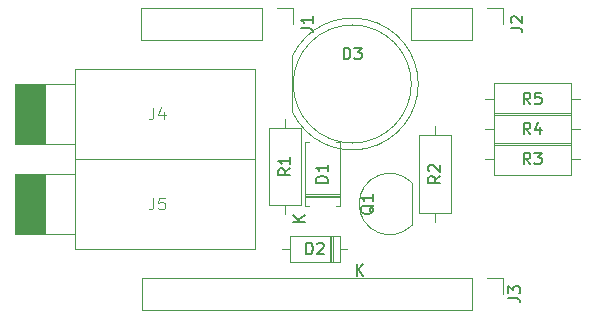
<source format=gbr>
%TF.GenerationSoftware,KiCad,Pcbnew,8.0.2*%
%TF.CreationDate,2024-06-05T00:37:09+02:00*%
%TF.ProjectId,tally_lanc,74616c6c-795f-46c6-916e-632e6b696361,rev?*%
%TF.SameCoordinates,Original*%
%TF.FileFunction,Legend,Top*%
%TF.FilePolarity,Positive*%
%FSLAX46Y46*%
G04 Gerber Fmt 4.6, Leading zero omitted, Abs format (unit mm)*
G04 Created by KiCad (PCBNEW 8.0.2) date 2024-06-05 00:37:09*
%MOMM*%
%LPD*%
G01*
G04 APERTURE LIST*
%ADD10C,0.150000*%
%ADD11C,0.100000*%
%ADD12C,0.120000*%
G04 APERTURE END LIST*
D10*
X107148333Y-90624819D02*
X106815000Y-90148628D01*
X106576905Y-90624819D02*
X106576905Y-89624819D01*
X106576905Y-89624819D02*
X106957857Y-89624819D01*
X106957857Y-89624819D02*
X107053095Y-89672438D01*
X107053095Y-89672438D02*
X107100714Y-89720057D01*
X107100714Y-89720057D02*
X107148333Y-89815295D01*
X107148333Y-89815295D02*
X107148333Y-89958152D01*
X107148333Y-89958152D02*
X107100714Y-90053390D01*
X107100714Y-90053390D02*
X107053095Y-90101009D01*
X107053095Y-90101009D02*
X106957857Y-90148628D01*
X106957857Y-90148628D02*
X106576905Y-90148628D01*
X107481667Y-89624819D02*
X108100714Y-89624819D01*
X108100714Y-89624819D02*
X107767381Y-90005771D01*
X107767381Y-90005771D02*
X107910238Y-90005771D01*
X107910238Y-90005771D02*
X108005476Y-90053390D01*
X108005476Y-90053390D02*
X108053095Y-90101009D01*
X108053095Y-90101009D02*
X108100714Y-90196247D01*
X108100714Y-90196247D02*
X108100714Y-90434342D01*
X108100714Y-90434342D02*
X108053095Y-90529580D01*
X108053095Y-90529580D02*
X108005476Y-90577200D01*
X108005476Y-90577200D02*
X107910238Y-90624819D01*
X107910238Y-90624819D02*
X107624524Y-90624819D01*
X107624524Y-90624819D02*
X107529286Y-90577200D01*
X107529286Y-90577200D02*
X107481667Y-90529580D01*
X99514819Y-91606666D02*
X99038628Y-91939999D01*
X99514819Y-92178094D02*
X98514819Y-92178094D01*
X98514819Y-92178094D02*
X98514819Y-91797142D01*
X98514819Y-91797142D02*
X98562438Y-91701904D01*
X98562438Y-91701904D02*
X98610057Y-91654285D01*
X98610057Y-91654285D02*
X98705295Y-91606666D01*
X98705295Y-91606666D02*
X98848152Y-91606666D01*
X98848152Y-91606666D02*
X98943390Y-91654285D01*
X98943390Y-91654285D02*
X98991009Y-91701904D01*
X98991009Y-91701904D02*
X99038628Y-91797142D01*
X99038628Y-91797142D02*
X99038628Y-92178094D01*
X98610057Y-91225713D02*
X98562438Y-91178094D01*
X98562438Y-91178094D02*
X98514819Y-91082856D01*
X98514819Y-91082856D02*
X98514819Y-90844761D01*
X98514819Y-90844761D02*
X98562438Y-90749523D01*
X98562438Y-90749523D02*
X98610057Y-90701904D01*
X98610057Y-90701904D02*
X98705295Y-90654285D01*
X98705295Y-90654285D02*
X98800533Y-90654285D01*
X98800533Y-90654285D02*
X98943390Y-90701904D01*
X98943390Y-90701904D02*
X99514819Y-91273332D01*
X99514819Y-91273332D02*
X99514819Y-90654285D01*
X86814819Y-90971666D02*
X86338628Y-91304999D01*
X86814819Y-91543094D02*
X85814819Y-91543094D01*
X85814819Y-91543094D02*
X85814819Y-91162142D01*
X85814819Y-91162142D02*
X85862438Y-91066904D01*
X85862438Y-91066904D02*
X85910057Y-91019285D01*
X85910057Y-91019285D02*
X86005295Y-90971666D01*
X86005295Y-90971666D02*
X86148152Y-90971666D01*
X86148152Y-90971666D02*
X86243390Y-91019285D01*
X86243390Y-91019285D02*
X86291009Y-91066904D01*
X86291009Y-91066904D02*
X86338628Y-91162142D01*
X86338628Y-91162142D02*
X86338628Y-91543094D01*
X86814819Y-90019285D02*
X86814819Y-90590713D01*
X86814819Y-90304999D02*
X85814819Y-90304999D01*
X85814819Y-90304999D02*
X85957676Y-90400237D01*
X85957676Y-90400237D02*
X86052914Y-90495475D01*
X86052914Y-90495475D02*
X86100533Y-90590713D01*
X93895057Y-94075238D02*
X93847438Y-94170476D01*
X93847438Y-94170476D02*
X93752200Y-94265714D01*
X93752200Y-94265714D02*
X93609342Y-94408571D01*
X93609342Y-94408571D02*
X93561723Y-94503809D01*
X93561723Y-94503809D02*
X93561723Y-94599047D01*
X93799819Y-94551428D02*
X93752200Y-94646666D01*
X93752200Y-94646666D02*
X93656961Y-94741904D01*
X93656961Y-94741904D02*
X93466485Y-94789523D01*
X93466485Y-94789523D02*
X93133152Y-94789523D01*
X93133152Y-94789523D02*
X92942676Y-94741904D01*
X92942676Y-94741904D02*
X92847438Y-94646666D01*
X92847438Y-94646666D02*
X92799819Y-94551428D01*
X92799819Y-94551428D02*
X92799819Y-94360952D01*
X92799819Y-94360952D02*
X92847438Y-94265714D01*
X92847438Y-94265714D02*
X92942676Y-94170476D01*
X92942676Y-94170476D02*
X93133152Y-94122857D01*
X93133152Y-94122857D02*
X93466485Y-94122857D01*
X93466485Y-94122857D02*
X93656961Y-94170476D01*
X93656961Y-94170476D02*
X93752200Y-94265714D01*
X93752200Y-94265714D02*
X93799819Y-94360952D01*
X93799819Y-94360952D02*
X93799819Y-94551428D01*
X93799819Y-93170476D02*
X93799819Y-93741904D01*
X93799819Y-93456190D02*
X92799819Y-93456190D01*
X92799819Y-93456190D02*
X92942676Y-93551428D01*
X92942676Y-93551428D02*
X93037914Y-93646666D01*
X93037914Y-93646666D02*
X93085533Y-93741904D01*
D11*
X75231666Y-93437419D02*
X75231666Y-94151704D01*
X75231666Y-94151704D02*
X75184047Y-94294561D01*
X75184047Y-94294561D02*
X75088809Y-94389800D01*
X75088809Y-94389800D02*
X74945952Y-94437419D01*
X74945952Y-94437419D02*
X74850714Y-94437419D01*
X76184047Y-93437419D02*
X75707857Y-93437419D01*
X75707857Y-93437419D02*
X75660238Y-93913609D01*
X75660238Y-93913609D02*
X75707857Y-93865990D01*
X75707857Y-93865990D02*
X75803095Y-93818371D01*
X75803095Y-93818371D02*
X76041190Y-93818371D01*
X76041190Y-93818371D02*
X76136428Y-93865990D01*
X76136428Y-93865990D02*
X76184047Y-93913609D01*
X76184047Y-93913609D02*
X76231666Y-94008847D01*
X76231666Y-94008847D02*
X76231666Y-94246942D01*
X76231666Y-94246942D02*
X76184047Y-94342180D01*
X76184047Y-94342180D02*
X76136428Y-94389800D01*
X76136428Y-94389800D02*
X76041190Y-94437419D01*
X76041190Y-94437419D02*
X75803095Y-94437419D01*
X75803095Y-94437419D02*
X75707857Y-94389800D01*
X75707857Y-94389800D02*
X75660238Y-94342180D01*
D10*
X105484819Y-79073333D02*
X106199104Y-79073333D01*
X106199104Y-79073333D02*
X106341961Y-79120952D01*
X106341961Y-79120952D02*
X106437200Y-79216190D01*
X106437200Y-79216190D02*
X106484819Y-79359047D01*
X106484819Y-79359047D02*
X106484819Y-79454285D01*
X105580057Y-78644761D02*
X105532438Y-78597142D01*
X105532438Y-78597142D02*
X105484819Y-78501904D01*
X105484819Y-78501904D02*
X105484819Y-78263809D01*
X105484819Y-78263809D02*
X105532438Y-78168571D01*
X105532438Y-78168571D02*
X105580057Y-78120952D01*
X105580057Y-78120952D02*
X105675295Y-78073333D01*
X105675295Y-78073333D02*
X105770533Y-78073333D01*
X105770533Y-78073333D02*
X105913390Y-78120952D01*
X105913390Y-78120952D02*
X106484819Y-78692380D01*
X106484819Y-78692380D02*
X106484819Y-78073333D01*
X87714819Y-79073333D02*
X88429104Y-79073333D01*
X88429104Y-79073333D02*
X88571961Y-79120952D01*
X88571961Y-79120952D02*
X88667200Y-79216190D01*
X88667200Y-79216190D02*
X88714819Y-79359047D01*
X88714819Y-79359047D02*
X88714819Y-79454285D01*
X88714819Y-78073333D02*
X88714819Y-78644761D01*
X88714819Y-78359047D02*
X87714819Y-78359047D01*
X87714819Y-78359047D02*
X87857676Y-78454285D01*
X87857676Y-78454285D02*
X87952914Y-78549523D01*
X87952914Y-78549523D02*
X88000533Y-78644761D01*
X88161905Y-98244819D02*
X88161905Y-97244819D01*
X88161905Y-97244819D02*
X88400000Y-97244819D01*
X88400000Y-97244819D02*
X88542857Y-97292438D01*
X88542857Y-97292438D02*
X88638095Y-97387676D01*
X88638095Y-97387676D02*
X88685714Y-97482914D01*
X88685714Y-97482914D02*
X88733333Y-97673390D01*
X88733333Y-97673390D02*
X88733333Y-97816247D01*
X88733333Y-97816247D02*
X88685714Y-98006723D01*
X88685714Y-98006723D02*
X88638095Y-98101961D01*
X88638095Y-98101961D02*
X88542857Y-98197200D01*
X88542857Y-98197200D02*
X88400000Y-98244819D01*
X88400000Y-98244819D02*
X88161905Y-98244819D01*
X89114286Y-97340057D02*
X89161905Y-97292438D01*
X89161905Y-97292438D02*
X89257143Y-97244819D01*
X89257143Y-97244819D02*
X89495238Y-97244819D01*
X89495238Y-97244819D02*
X89590476Y-97292438D01*
X89590476Y-97292438D02*
X89638095Y-97340057D01*
X89638095Y-97340057D02*
X89685714Y-97435295D01*
X89685714Y-97435295D02*
X89685714Y-97530533D01*
X89685714Y-97530533D02*
X89638095Y-97673390D01*
X89638095Y-97673390D02*
X89066667Y-98244819D01*
X89066667Y-98244819D02*
X89685714Y-98244819D01*
X92448095Y-100044819D02*
X92448095Y-99044819D01*
X93019523Y-100044819D02*
X92590952Y-99473390D01*
X93019523Y-99044819D02*
X92448095Y-99616247D01*
X91336905Y-81734819D02*
X91336905Y-80734819D01*
X91336905Y-80734819D02*
X91575000Y-80734819D01*
X91575000Y-80734819D02*
X91717857Y-80782438D01*
X91717857Y-80782438D02*
X91813095Y-80877676D01*
X91813095Y-80877676D02*
X91860714Y-80972914D01*
X91860714Y-80972914D02*
X91908333Y-81163390D01*
X91908333Y-81163390D02*
X91908333Y-81306247D01*
X91908333Y-81306247D02*
X91860714Y-81496723D01*
X91860714Y-81496723D02*
X91813095Y-81591961D01*
X91813095Y-81591961D02*
X91717857Y-81687200D01*
X91717857Y-81687200D02*
X91575000Y-81734819D01*
X91575000Y-81734819D02*
X91336905Y-81734819D01*
X92241667Y-80734819D02*
X92860714Y-80734819D01*
X92860714Y-80734819D02*
X92527381Y-81115771D01*
X92527381Y-81115771D02*
X92670238Y-81115771D01*
X92670238Y-81115771D02*
X92765476Y-81163390D01*
X92765476Y-81163390D02*
X92813095Y-81211009D01*
X92813095Y-81211009D02*
X92860714Y-81306247D01*
X92860714Y-81306247D02*
X92860714Y-81544342D01*
X92860714Y-81544342D02*
X92813095Y-81639580D01*
X92813095Y-81639580D02*
X92765476Y-81687200D01*
X92765476Y-81687200D02*
X92670238Y-81734819D01*
X92670238Y-81734819D02*
X92384524Y-81734819D01*
X92384524Y-81734819D02*
X92289286Y-81687200D01*
X92289286Y-81687200D02*
X92241667Y-81639580D01*
X107148333Y-88084819D02*
X106815000Y-87608628D01*
X106576905Y-88084819D02*
X106576905Y-87084819D01*
X106576905Y-87084819D02*
X106957857Y-87084819D01*
X106957857Y-87084819D02*
X107053095Y-87132438D01*
X107053095Y-87132438D02*
X107100714Y-87180057D01*
X107100714Y-87180057D02*
X107148333Y-87275295D01*
X107148333Y-87275295D02*
X107148333Y-87418152D01*
X107148333Y-87418152D02*
X107100714Y-87513390D01*
X107100714Y-87513390D02*
X107053095Y-87561009D01*
X107053095Y-87561009D02*
X106957857Y-87608628D01*
X106957857Y-87608628D02*
X106576905Y-87608628D01*
X108005476Y-87418152D02*
X108005476Y-88084819D01*
X107767381Y-87037200D02*
X107529286Y-87751485D01*
X107529286Y-87751485D02*
X108148333Y-87751485D01*
X107148333Y-85544819D02*
X106815000Y-85068628D01*
X106576905Y-85544819D02*
X106576905Y-84544819D01*
X106576905Y-84544819D02*
X106957857Y-84544819D01*
X106957857Y-84544819D02*
X107053095Y-84592438D01*
X107053095Y-84592438D02*
X107100714Y-84640057D01*
X107100714Y-84640057D02*
X107148333Y-84735295D01*
X107148333Y-84735295D02*
X107148333Y-84878152D01*
X107148333Y-84878152D02*
X107100714Y-84973390D01*
X107100714Y-84973390D02*
X107053095Y-85021009D01*
X107053095Y-85021009D02*
X106957857Y-85068628D01*
X106957857Y-85068628D02*
X106576905Y-85068628D01*
X108053095Y-84544819D02*
X107576905Y-84544819D01*
X107576905Y-84544819D02*
X107529286Y-85021009D01*
X107529286Y-85021009D02*
X107576905Y-84973390D01*
X107576905Y-84973390D02*
X107672143Y-84925771D01*
X107672143Y-84925771D02*
X107910238Y-84925771D01*
X107910238Y-84925771D02*
X108005476Y-84973390D01*
X108005476Y-84973390D02*
X108053095Y-85021009D01*
X108053095Y-85021009D02*
X108100714Y-85116247D01*
X108100714Y-85116247D02*
X108100714Y-85354342D01*
X108100714Y-85354342D02*
X108053095Y-85449580D01*
X108053095Y-85449580D02*
X108005476Y-85497200D01*
X108005476Y-85497200D02*
X107910238Y-85544819D01*
X107910238Y-85544819D02*
X107672143Y-85544819D01*
X107672143Y-85544819D02*
X107576905Y-85497200D01*
X107576905Y-85497200D02*
X107529286Y-85449580D01*
X89989819Y-92178094D02*
X88989819Y-92178094D01*
X88989819Y-92178094D02*
X88989819Y-91939999D01*
X88989819Y-91939999D02*
X89037438Y-91797142D01*
X89037438Y-91797142D02*
X89132676Y-91701904D01*
X89132676Y-91701904D02*
X89227914Y-91654285D01*
X89227914Y-91654285D02*
X89418390Y-91606666D01*
X89418390Y-91606666D02*
X89561247Y-91606666D01*
X89561247Y-91606666D02*
X89751723Y-91654285D01*
X89751723Y-91654285D02*
X89846961Y-91701904D01*
X89846961Y-91701904D02*
X89942200Y-91797142D01*
X89942200Y-91797142D02*
X89989819Y-91939999D01*
X89989819Y-91939999D02*
X89989819Y-92178094D01*
X89989819Y-90654285D02*
X89989819Y-91225713D01*
X89989819Y-90939999D02*
X88989819Y-90939999D01*
X88989819Y-90939999D02*
X89132676Y-91035237D01*
X89132676Y-91035237D02*
X89227914Y-91130475D01*
X89227914Y-91130475D02*
X89275533Y-91225713D01*
X88089819Y-95511904D02*
X87089819Y-95511904D01*
X88089819Y-94940476D02*
X87518390Y-95369047D01*
X87089819Y-94940476D02*
X87661247Y-95511904D01*
X105289819Y-101933333D02*
X106004104Y-101933333D01*
X106004104Y-101933333D02*
X106146961Y-101980952D01*
X106146961Y-101980952D02*
X106242200Y-102076190D01*
X106242200Y-102076190D02*
X106289819Y-102219047D01*
X106289819Y-102219047D02*
X106289819Y-102314285D01*
X105289819Y-101552380D02*
X105289819Y-100933333D01*
X105289819Y-100933333D02*
X105670771Y-101266666D01*
X105670771Y-101266666D02*
X105670771Y-101123809D01*
X105670771Y-101123809D02*
X105718390Y-101028571D01*
X105718390Y-101028571D02*
X105766009Y-100980952D01*
X105766009Y-100980952D02*
X105861247Y-100933333D01*
X105861247Y-100933333D02*
X106099342Y-100933333D01*
X106099342Y-100933333D02*
X106194580Y-100980952D01*
X106194580Y-100980952D02*
X106242200Y-101028571D01*
X106242200Y-101028571D02*
X106289819Y-101123809D01*
X106289819Y-101123809D02*
X106289819Y-101409523D01*
X106289819Y-101409523D02*
X106242200Y-101504761D01*
X106242200Y-101504761D02*
X106194580Y-101552380D01*
D11*
X75231666Y-85817419D02*
X75231666Y-86531704D01*
X75231666Y-86531704D02*
X75184047Y-86674561D01*
X75184047Y-86674561D02*
X75088809Y-86769800D01*
X75088809Y-86769800D02*
X74945952Y-86817419D01*
X74945952Y-86817419D02*
X74850714Y-86817419D01*
X76136428Y-86150752D02*
X76136428Y-86817419D01*
X75898333Y-85769800D02*
X75660238Y-86484085D01*
X75660238Y-86484085D02*
X76279285Y-86484085D01*
D12*
%TO.C,R3*%
X103275000Y-90170000D02*
X104045000Y-90170000D01*
X104045000Y-88800000D02*
X104045000Y-91540000D01*
X104045000Y-91540000D02*
X110585000Y-91540000D01*
X110585000Y-88800000D02*
X104045000Y-88800000D01*
X110585000Y-91540000D02*
X110585000Y-88800000D01*
X111355000Y-90170000D02*
X110585000Y-90170000D01*
%TO.C,R2*%
X99060000Y-87400000D02*
X99060000Y-88170000D01*
X100430000Y-88170000D02*
X97690000Y-88170000D01*
X97690000Y-88170000D02*
X97690000Y-94710000D01*
X100430000Y-94710000D02*
X100430000Y-88170000D01*
X97690000Y-94710000D02*
X100430000Y-94710000D01*
X99060000Y-95480000D02*
X99060000Y-94710000D01*
%TO.C,R1*%
X86360000Y-94845000D02*
X86360000Y-94075000D01*
X84990000Y-94075000D02*
X87730000Y-94075000D01*
X87730000Y-94075000D02*
X87730000Y-87535000D01*
X84990000Y-87535000D02*
X84990000Y-94075000D01*
X87730000Y-87535000D02*
X84990000Y-87535000D01*
X86360000Y-86765000D02*
X86360000Y-87535000D01*
%TO.C,Q1*%
X97100000Y-95780000D02*
X97100000Y-92180000D01*
X97088478Y-95818478D02*
G75*
G02*
X92649999Y-93980000I-1838478J1838478D01*
G01*
X92650000Y-93980000D02*
G75*
G02*
X97088478Y-92141522I2600000J0D01*
G01*
%TO.C,J5*%
D11*
X83820000Y-97790000D02*
X68580000Y-97790000D01*
X68580000Y-90170000D01*
X83820000Y-90170000D01*
X83820000Y-97790000D01*
X68580000Y-96520000D02*
X66040000Y-96520000D01*
X66040000Y-91440000D01*
X68580000Y-91440000D01*
X68580000Y-96520000D01*
X66040000Y-96520000D02*
X63500000Y-96520000D01*
X63500000Y-91440000D01*
X66040000Y-91440000D01*
X66040000Y-96520000D01*
G36*
X66040000Y-96520000D02*
G01*
X63500000Y-96520000D01*
X63500000Y-91440000D01*
X66040000Y-91440000D01*
X66040000Y-96520000D01*
G37*
D12*
%TO.C,J2*%
X104820000Y-77410000D02*
X104820000Y-78740000D01*
X103490000Y-77410000D02*
X104820000Y-77410000D01*
X102220000Y-77410000D02*
X97080000Y-77410000D01*
X102220000Y-77410000D02*
X102220000Y-80070000D01*
X97080000Y-77410000D02*
X97080000Y-80070000D01*
X102220000Y-80070000D02*
X97080000Y-80070000D01*
%TO.C,J1*%
X87050000Y-77410000D02*
X87050000Y-78740000D01*
X85720000Y-77410000D02*
X87050000Y-77410000D01*
X84450000Y-77410000D02*
X74230000Y-77410000D01*
X84450000Y-77410000D02*
X84450000Y-80070000D01*
X74230000Y-77410000D02*
X74230000Y-80070000D01*
X84450000Y-80070000D02*
X74230000Y-80070000D01*
%TO.C,D2*%
X91670000Y-97790000D02*
X91020000Y-97790000D01*
X91020000Y-98910000D02*
X91020000Y-96670000D01*
X91020000Y-96670000D02*
X86780000Y-96670000D01*
X90420000Y-98910000D02*
X90420000Y-96670000D01*
X90300000Y-98910000D02*
X90300000Y-96670000D01*
X90180000Y-98910000D02*
X90180000Y-96670000D01*
X86780000Y-98910000D02*
X91020000Y-98910000D01*
X86780000Y-96670000D02*
X86780000Y-98910000D01*
X86130000Y-97790000D02*
X86780000Y-97790000D01*
%TO.C,D3*%
X87015000Y-81444000D02*
X87015000Y-86196000D01*
X87015000Y-81444184D02*
G75*
G02*
X97664998Y-83815259I5060000J-2375816D01*
G01*
X97664998Y-83824741D02*
G75*
G02*
X87015000Y-86195816I-5589998J4741D01*
G01*
X97075000Y-83820000D02*
G75*
G02*
X87075000Y-83820000I-5000000J0D01*
G01*
X87075000Y-83820000D02*
G75*
G02*
X97075000Y-83820000I5000000J0D01*
G01*
%TO.C,R4*%
X111355000Y-87630000D02*
X110585000Y-87630000D01*
X110585000Y-89000000D02*
X110585000Y-86260000D01*
X110585000Y-86260000D02*
X104045000Y-86260000D01*
X104045000Y-89000000D02*
X110585000Y-89000000D01*
X104045000Y-86260000D02*
X104045000Y-89000000D01*
X103275000Y-87630000D02*
X104045000Y-87630000D01*
%TO.C,R5*%
X111355000Y-85090000D02*
X110585000Y-85090000D01*
X110585000Y-86460000D02*
X110585000Y-83720000D01*
X110585000Y-83720000D02*
X104045000Y-83720000D01*
X104045000Y-86460000D02*
X110585000Y-86460000D01*
X104045000Y-83720000D02*
X104045000Y-86460000D01*
X103275000Y-85090000D02*
X104045000Y-85090000D01*
%TO.C,D1*%
X88065000Y-94160000D02*
X88065000Y-88720000D01*
X88395000Y-94160000D02*
X88065000Y-94160000D01*
X90675000Y-94160000D02*
X91005000Y-94160000D01*
X91005000Y-94160000D02*
X91005000Y-88720000D01*
X88065000Y-93380000D02*
X91005000Y-93380000D01*
X88065000Y-93260000D02*
X91005000Y-93260000D01*
X88065000Y-93140000D02*
X91005000Y-93140000D01*
X88065000Y-88720000D02*
X88395000Y-88720000D01*
X91005000Y-88720000D02*
X90675000Y-88720000D01*
%TO.C,J3*%
X104835000Y-100270000D02*
X104835000Y-101600000D01*
X103505000Y-100270000D02*
X104835000Y-100270000D01*
X102235000Y-100270000D02*
X74235000Y-100270000D01*
X102235000Y-100270000D02*
X102235000Y-102930000D01*
X74235000Y-100270000D02*
X74235000Y-102930000D01*
X102235000Y-102930000D02*
X74235000Y-102930000D01*
%TO.C,J4*%
D11*
X83820000Y-90170000D02*
X68580000Y-90170000D01*
X68580000Y-82550000D01*
X83820000Y-82550000D01*
X83820000Y-90170000D01*
X68580000Y-88900000D02*
X66040000Y-88900000D01*
X66040000Y-83820000D01*
X68580000Y-83820000D01*
X68580000Y-88900000D01*
X66040000Y-88900000D02*
X63500000Y-88900000D01*
X63500000Y-83820000D01*
X66040000Y-83820000D01*
X66040000Y-88900000D01*
G36*
X66040000Y-88900000D02*
G01*
X63500000Y-88900000D01*
X63500000Y-83820000D01*
X66040000Y-83820000D01*
X66040000Y-88900000D01*
G37*
%TD*%
M02*

</source>
